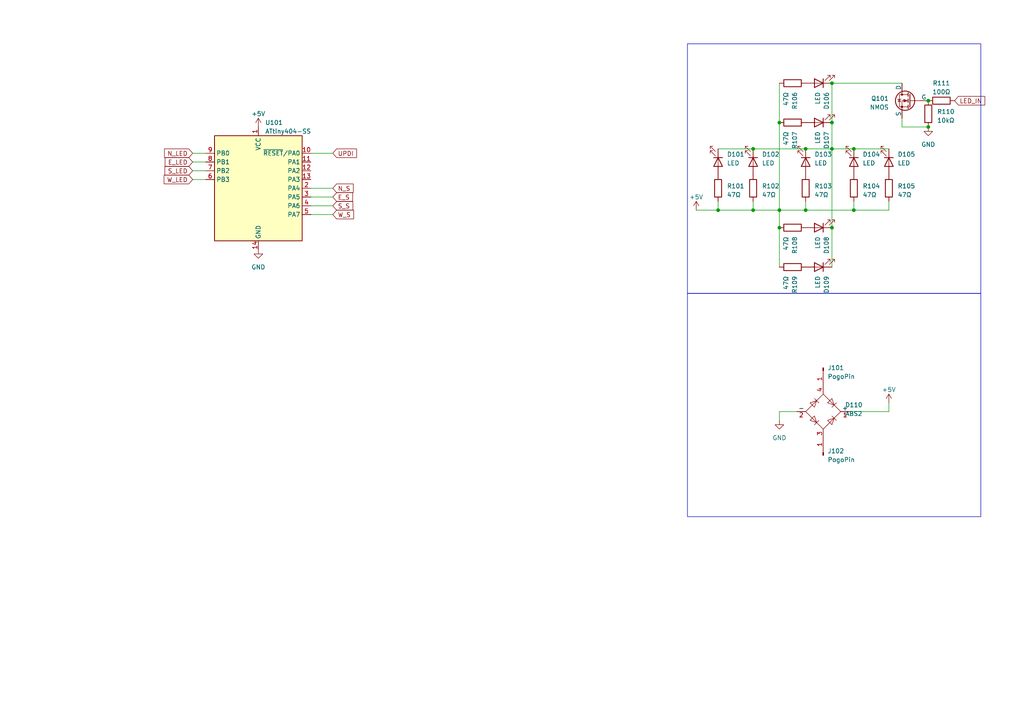
<source format=kicad_sch>
(kicad_sch (version 20230121) (generator eeschema)

  (uuid b7013536-39c6-4d93-8c49-a1aadfe7722f)

  (paper "A4")

  (lib_symbols
    (symbol "Connector:Conn_01x01_Pin" (pin_names (offset 1.016) hide) (in_bom yes) (on_board yes)
      (property "Reference" "J" (at 0 2.54 0)
        (effects (font (size 1.27 1.27)))
      )
      (property "Value" "Conn_01x01_Pin" (at 0 -2.54 0)
        (effects (font (size 1.27 1.27)))
      )
      (property "Footprint" "" (at 0 0 0)
        (effects (font (size 1.27 1.27)) hide)
      )
      (property "Datasheet" "~" (at 0 0 0)
        (effects (font (size 1.27 1.27)) hide)
      )
      (property "ki_locked" "" (at 0 0 0)
        (effects (font (size 1.27 1.27)))
      )
      (property "ki_keywords" "connector" (at 0 0 0)
        (effects (font (size 1.27 1.27)) hide)
      )
      (property "ki_description" "Generic connector, single row, 01x01, script generated" (at 0 0 0)
        (effects (font (size 1.27 1.27)) hide)
      )
      (property "ki_fp_filters" "Connector*:*_1x??_*" (at 0 0 0)
        (effects (font (size 1.27 1.27)) hide)
      )
      (symbol "Conn_01x01_Pin_1_1"
        (polyline
          (pts
            (xy 1.27 0)
            (xy 0.8636 0)
          )
          (stroke (width 0.1524) (type default))
          (fill (type none))
        )
        (rectangle (start 0.8636 0.127) (end 0 -0.127)
          (stroke (width 0.1524) (type default))
          (fill (type outline))
        )
        (pin passive line (at 5.08 0 180) (length 3.81)
          (name "Pin_1" (effects (font (size 1.27 1.27))))
          (number "1" (effects (font (size 1.27 1.27))))
        )
      )
    )
    (symbol "Device:LED" (pin_numbers hide) (pin_names (offset 1.016) hide) (in_bom yes) (on_board yes)
      (property "Reference" "D" (at 0 2.54 0)
        (effects (font (size 1.27 1.27)))
      )
      (property "Value" "LED" (at 0 -2.54 0)
        (effects (font (size 1.27 1.27)))
      )
      (property "Footprint" "" (at 0 0 0)
        (effects (font (size 1.27 1.27)) hide)
      )
      (property "Datasheet" "~" (at 0 0 0)
        (effects (font (size 1.27 1.27)) hide)
      )
      (property "ki_keywords" "LED diode" (at 0 0 0)
        (effects (font (size 1.27 1.27)) hide)
      )
      (property "ki_description" "Light emitting diode" (at 0 0 0)
        (effects (font (size 1.27 1.27)) hide)
      )
      (property "ki_fp_filters" "LED* LED_SMD:* LED_THT:*" (at 0 0 0)
        (effects (font (size 1.27 1.27)) hide)
      )
      (symbol "LED_0_1"
        (polyline
          (pts
            (xy -1.27 -1.27)
            (xy -1.27 1.27)
          )
          (stroke (width 0.254) (type default))
          (fill (type none))
        )
        (polyline
          (pts
            (xy -1.27 0)
            (xy 1.27 0)
          )
          (stroke (width 0) (type default))
          (fill (type none))
        )
        (polyline
          (pts
            (xy 1.27 -1.27)
            (xy 1.27 1.27)
            (xy -1.27 0)
            (xy 1.27 -1.27)
          )
          (stroke (width 0.254) (type default))
          (fill (type none))
        )
        (polyline
          (pts
            (xy -3.048 -0.762)
            (xy -4.572 -2.286)
            (xy -3.81 -2.286)
            (xy -4.572 -2.286)
            (xy -4.572 -1.524)
          )
          (stroke (width 0) (type default))
          (fill (type none))
        )
        (polyline
          (pts
            (xy -1.778 -0.762)
            (xy -3.302 -2.286)
            (xy -2.54 -2.286)
            (xy -3.302 -2.286)
            (xy -3.302 -1.524)
          )
          (stroke (width 0) (type default))
          (fill (type none))
        )
      )
      (symbol "LED_1_1"
        (pin passive line (at -3.81 0 0) (length 2.54)
          (name "K" (effects (font (size 1.27 1.27))))
          (number "1" (effects (font (size 1.27 1.27))))
        )
        (pin passive line (at 3.81 0 180) (length 2.54)
          (name "A" (effects (font (size 1.27 1.27))))
          (number "2" (effects (font (size 1.27 1.27))))
        )
      )
    )
    (symbol "Device:R" (pin_numbers hide) (pin_names (offset 0)) (in_bom yes) (on_board yes)
      (property "Reference" "R" (at 2.032 0 90)
        (effects (font (size 1.27 1.27)))
      )
      (property "Value" "R" (at 0 0 90)
        (effects (font (size 1.27 1.27)))
      )
      (property "Footprint" "" (at -1.778 0 90)
        (effects (font (size 1.27 1.27)) hide)
      )
      (property "Datasheet" "~" (at 0 0 0)
        (effects (font (size 1.27 1.27)) hide)
      )
      (property "ki_keywords" "R res resistor" (at 0 0 0)
        (effects (font (size 1.27 1.27)) hide)
      )
      (property "ki_description" "Resistor" (at 0 0 0)
        (effects (font (size 1.27 1.27)) hide)
      )
      (property "ki_fp_filters" "R_*" (at 0 0 0)
        (effects (font (size 1.27 1.27)) hide)
      )
      (symbol "R_0_1"
        (rectangle (start -1.016 -2.54) (end 1.016 2.54)
          (stroke (width 0.254) (type default))
          (fill (type none))
        )
      )
      (symbol "R_1_1"
        (pin passive line (at 0 3.81 270) (length 1.27)
          (name "~" (effects (font (size 1.27 1.27))))
          (number "1" (effects (font (size 1.27 1.27))))
        )
        (pin passive line (at 0 -3.81 90) (length 1.27)
          (name "~" (effects (font (size 1.27 1.27))))
          (number "2" (effects (font (size 1.27 1.27))))
        )
      )
    )
    (symbol "Diode_Bridge:ABS2" (pin_names (offset 0)) (in_bom yes) (on_board yes)
      (property "Reference" "D" (at 2.54 6.985 0)
        (effects (font (size 1.27 1.27)) (justify left))
      )
      (property "Value" "ABS2" (at 2.54 5.08 0)
        (effects (font (size 1.27 1.27)) (justify left))
      )
      (property "Footprint" "Diode_SMD:Diode_Bridge_Diotec_ABS" (at 3.81 3.175 0)
        (effects (font (size 1.27 1.27)) (justify left) hide)
      )
      (property "Datasheet" "https://diotec.com/tl_files/diotec/files/pdf/datasheets/abs2.pdf" (at 0 0 0)
        (effects (font (size 1.27 1.27)) hide)
      )
      (property "ki_keywords" "rectifier acdc" (at 0 0 0)
        (effects (font (size 1.27 1.27)) hide)
      )
      (property "ki_description" "Miniature Glass Passivated Single-Phase Surface Mount Bridge Rectifiers, 140V Vrms, 0.8A If, ABS SMD package" (at 0 0 0)
        (effects (font (size 1.27 1.27)) hide)
      )
      (property "ki_fp_filters" "Diode*Bridge*Diotec*ABS*" (at 0 0 0)
        (effects (font (size 1.27 1.27)) hide)
      )
      (symbol "ABS2_0_1"
        (polyline
          (pts
            (xy -2.54 3.81)
            (xy -1.27 2.54)
          )
          (stroke (width 0) (type default))
          (fill (type none))
        )
        (polyline
          (pts
            (xy -1.27 -2.54)
            (xy -2.54 -3.81)
          )
          (stroke (width 0) (type default))
          (fill (type none))
        )
        (polyline
          (pts
            (xy 2.54 -1.27)
            (xy 3.81 -2.54)
          )
          (stroke (width 0) (type default))
          (fill (type none))
        )
        (polyline
          (pts
            (xy 2.54 1.27)
            (xy 3.81 2.54)
          )
          (stroke (width 0) (type default))
          (fill (type none))
        )
        (polyline
          (pts
            (xy -3.81 2.54)
            (xy -2.54 1.27)
            (xy -1.905 3.175)
            (xy -3.81 2.54)
          )
          (stroke (width 0) (type default))
          (fill (type none))
        )
        (polyline
          (pts
            (xy -2.54 -1.27)
            (xy -3.81 -2.54)
            (xy -1.905 -3.175)
            (xy -2.54 -1.27)
          )
          (stroke (width 0) (type default))
          (fill (type none))
        )
        (polyline
          (pts
            (xy 1.27 2.54)
            (xy 2.54 3.81)
            (xy 3.175 1.905)
            (xy 1.27 2.54)
          )
          (stroke (width 0) (type default))
          (fill (type none))
        )
        (polyline
          (pts
            (xy 3.175 -1.905)
            (xy 1.27 -2.54)
            (xy 2.54 -3.81)
            (xy 3.175 -1.905)
          )
          (stroke (width 0) (type default))
          (fill (type none))
        )
        (polyline
          (pts
            (xy -5.08 0)
            (xy 0 -5.08)
            (xy 5.08 0)
            (xy 0 5.08)
            (xy -5.08 0)
          )
          (stroke (width 0) (type default))
          (fill (type none))
        )
      )
      (symbol "ABS2_1_1"
        (pin passive line (at 7.62 0 180) (length 2.54)
          (name "+" (effects (font (size 1.27 1.27))))
          (number "1" (effects (font (size 1.27 1.27))))
        )
        (pin passive line (at -7.62 0 0) (length 2.54)
          (name "-" (effects (font (size 1.27 1.27))))
          (number "2" (effects (font (size 1.27 1.27))))
        )
        (pin passive line (at 0 -7.62 90) (length 2.54)
          (name "~" (effects (font (size 1.27 1.27))))
          (number "3" (effects (font (size 1.27 1.27))))
        )
        (pin passive line (at 0 7.62 270) (length 2.54)
          (name "~" (effects (font (size 1.27 1.27))))
          (number "4" (effects (font (size 1.27 1.27))))
        )
      )
    )
    (symbol "MCU_Microchip_ATtiny:ATtiny404-SS" (in_bom yes) (on_board yes)
      (property "Reference" "U" (at -12.7 16.51 0)
        (effects (font (size 1.27 1.27)) (justify left bottom))
      )
      (property "Value" "ATtiny404-SS" (at 2.54 -16.51 0)
        (effects (font (size 1.27 1.27)) (justify left top))
      )
      (property "Footprint" "Package_SO:SOIC-14_3.9x8.7mm_P1.27mm" (at 0 0 0)
        (effects (font (size 1.27 1.27) italic) hide)
      )
      (property "Datasheet" "http://ww1.microchip.com/downloads/en/DeviceDoc/50002687A.pdf" (at 0 0 0)
        (effects (font (size 1.27 1.27)) hide)
      )
      (property "ki_keywords" "AVR 8bit Microcontroller tinyAVR" (at 0 0 0)
        (effects (font (size 1.27 1.27)) hide)
      )
      (property "ki_description" "20MHz, 4kB Flash, 256B SRAM, 128B EEPROM, SOIC-14" (at 0 0 0)
        (effects (font (size 1.27 1.27)) hide)
      )
      (property "ki_fp_filters" "SOIC*3.9x8.7mm*P1.27mm*" (at 0 0 0)
        (effects (font (size 1.27 1.27)) hide)
      )
      (symbol "ATtiny404-SS_0_1"
        (rectangle (start -12.7 -15.24) (end 12.7 15.24)
          (stroke (width 0.254) (type default))
          (fill (type background))
        )
      )
      (symbol "ATtiny404-SS_1_1"
        (pin power_in line (at 0 17.78 270) (length 2.54)
          (name "VCC" (effects (font (size 1.27 1.27))))
          (number "1" (effects (font (size 1.27 1.27))))
        )
        (pin bidirectional line (at 15.24 10.16 180) (length 2.54)
          (name "~{RESET}/PA0" (effects (font (size 1.27 1.27))))
          (number "10" (effects (font (size 1.27 1.27))))
        )
        (pin bidirectional line (at 15.24 7.62 180) (length 2.54)
          (name "PA1" (effects (font (size 1.27 1.27))))
          (number "11" (effects (font (size 1.27 1.27))))
        )
        (pin bidirectional line (at 15.24 5.08 180) (length 2.54)
          (name "PA2" (effects (font (size 1.27 1.27))))
          (number "12" (effects (font (size 1.27 1.27))))
        )
        (pin bidirectional line (at 15.24 2.54 180) (length 2.54)
          (name "PA3" (effects (font (size 1.27 1.27))))
          (number "13" (effects (font (size 1.27 1.27))))
        )
        (pin power_in line (at 0 -17.78 90) (length 2.54)
          (name "GND" (effects (font (size 1.27 1.27))))
          (number "14" (effects (font (size 1.27 1.27))))
        )
        (pin bidirectional line (at 15.24 0 180) (length 2.54)
          (name "PA4" (effects (font (size 1.27 1.27))))
          (number "2" (effects (font (size 1.27 1.27))))
        )
        (pin bidirectional line (at 15.24 -2.54 180) (length 2.54)
          (name "PA5" (effects (font (size 1.27 1.27))))
          (number "3" (effects (font (size 1.27 1.27))))
        )
        (pin bidirectional line (at 15.24 -5.08 180) (length 2.54)
          (name "PA6" (effects (font (size 1.27 1.27))))
          (number "4" (effects (font (size 1.27 1.27))))
        )
        (pin bidirectional line (at 15.24 -7.62 180) (length 2.54)
          (name "PA7" (effects (font (size 1.27 1.27))))
          (number "5" (effects (font (size 1.27 1.27))))
        )
        (pin bidirectional line (at -15.24 2.54 0) (length 2.54)
          (name "PB3" (effects (font (size 1.27 1.27))))
          (number "6" (effects (font (size 1.27 1.27))))
        )
        (pin bidirectional line (at -15.24 5.08 0) (length 2.54)
          (name "PB2" (effects (font (size 1.27 1.27))))
          (number "7" (effects (font (size 1.27 1.27))))
        )
        (pin bidirectional line (at -15.24 7.62 0) (length 2.54)
          (name "PB1" (effects (font (size 1.27 1.27))))
          (number "8" (effects (font (size 1.27 1.27))))
        )
        (pin bidirectional line (at -15.24 10.16 0) (length 2.54)
          (name "PB0" (effects (font (size 1.27 1.27))))
          (number "9" (effects (font (size 1.27 1.27))))
        )
      )
    )
    (symbol "Simulation_SPICE:NMOS" (pin_numbers hide) (pin_names (offset 0)) (in_bom yes) (on_board yes)
      (property "Reference" "Q" (at 5.08 1.27 0)
        (effects (font (size 1.27 1.27)) (justify left))
      )
      (property "Value" "NMOS" (at 5.08 -1.27 0)
        (effects (font (size 1.27 1.27)) (justify left))
      )
      (property "Footprint" "" (at 5.08 2.54 0)
        (effects (font (size 1.27 1.27)) hide)
      )
      (property "Datasheet" "https://ngspice.sourceforge.io/docs/ngspice-manual.pdf" (at 0 -12.7 0)
        (effects (font (size 1.27 1.27)) hide)
      )
      (property "Sim.Device" "NMOS" (at 0 -17.145 0)
        (effects (font (size 1.27 1.27)) hide)
      )
      (property "Sim.Type" "VDMOS" (at 0 -19.05 0)
        (effects (font (size 1.27 1.27)) hide)
      )
      (property "Sim.Pins" "1=D 2=G 3=S" (at 0 -15.24 0)
        (effects (font (size 1.27 1.27)) hide)
      )
      (property "ki_keywords" "transistor NMOS N-MOS N-MOSFET simulation" (at 0 0 0)
        (effects (font (size 1.27 1.27)) hide)
      )
      (property "ki_description" "N-MOSFET transistor, drain/source/gate" (at 0 0 0)
        (effects (font (size 1.27 1.27)) hide)
      )
      (symbol "NMOS_0_1"
        (polyline
          (pts
            (xy 0.254 0)
            (xy -2.54 0)
          )
          (stroke (width 0) (type default))
          (fill (type none))
        )
        (polyline
          (pts
            (xy 0.254 1.905)
            (xy 0.254 -1.905)
          )
          (stroke (width 0.254) (type default))
          (fill (type none))
        )
        (polyline
          (pts
            (xy 0.762 -1.27)
            (xy 0.762 -2.286)
          )
          (stroke (width 0.254) (type default))
          (fill (type none))
        )
        (polyline
          (pts
            (xy 0.762 0.508)
            (xy 0.762 -0.508)
          )
          (stroke (width 0.254) (type default))
          (fill (type none))
        )
        (polyline
          (pts
            (xy 0.762 2.286)
            (xy 0.762 1.27)
          )
          (stroke (width 0.254) (type default))
          (fill (type none))
        )
        (polyline
          (pts
            (xy 2.54 2.54)
            (xy 2.54 1.778)
          )
          (stroke (width 0) (type default))
          (fill (type none))
        )
        (polyline
          (pts
            (xy 2.54 -2.54)
            (xy 2.54 0)
            (xy 0.762 0)
          )
          (stroke (width 0) (type default))
          (fill (type none))
        )
        (polyline
          (pts
            (xy 0.762 -1.778)
            (xy 3.302 -1.778)
            (xy 3.302 1.778)
            (xy 0.762 1.778)
          )
          (stroke (width 0) (type default))
          (fill (type none))
        )
        (polyline
          (pts
            (xy 1.016 0)
            (xy 2.032 0.381)
            (xy 2.032 -0.381)
            (xy 1.016 0)
          )
          (stroke (width 0) (type default))
          (fill (type outline))
        )
        (polyline
          (pts
            (xy 2.794 0.508)
            (xy 2.921 0.381)
            (xy 3.683 0.381)
            (xy 3.81 0.254)
          )
          (stroke (width 0) (type default))
          (fill (type none))
        )
        (polyline
          (pts
            (xy 3.302 0.381)
            (xy 2.921 -0.254)
            (xy 3.683 -0.254)
            (xy 3.302 0.381)
          )
          (stroke (width 0) (type default))
          (fill (type none))
        )
        (circle (center 1.651 0) (radius 2.794)
          (stroke (width 0.254) (type default))
          (fill (type none))
        )
        (circle (center 2.54 -1.778) (radius 0.254)
          (stroke (width 0) (type default))
          (fill (type outline))
        )
        (circle (center 2.54 1.778) (radius 0.254)
          (stroke (width 0) (type default))
          (fill (type outline))
        )
      )
      (symbol "NMOS_1_1"
        (pin passive line (at 2.54 5.08 270) (length 2.54)
          (name "D" (effects (font (size 1.27 1.27))))
          (number "1" (effects (font (size 1.27 1.27))))
        )
        (pin input line (at -5.08 0 0) (length 2.54)
          (name "G" (effects (font (size 1.27 1.27))))
          (number "2" (effects (font (size 1.27 1.27))))
        )
        (pin passive line (at 2.54 -5.08 90) (length 2.54)
          (name "S" (effects (font (size 1.27 1.27))))
          (number "3" (effects (font (size 1.27 1.27))))
        )
      )
    )
    (symbol "power:+5V" (power) (pin_names (offset 0)) (in_bom yes) (on_board yes)
      (property "Reference" "#PWR" (at 0 -3.81 0)
        (effects (font (size 1.27 1.27)) hide)
      )
      (property "Value" "+5V" (at 0 3.556 0)
        (effects (font (size 1.27 1.27)))
      )
      (property "Footprint" "" (at 0 0 0)
        (effects (font (size 1.27 1.27)) hide)
      )
      (property "Datasheet" "" (at 0 0 0)
        (effects (font (size 1.27 1.27)) hide)
      )
      (property "ki_keywords" "global power" (at 0 0 0)
        (effects (font (size 1.27 1.27)) hide)
      )
      (property "ki_description" "Power symbol creates a global label with name \"+5V\"" (at 0 0 0)
        (effects (font (size 1.27 1.27)) hide)
      )
      (symbol "+5V_0_1"
        (polyline
          (pts
            (xy -0.762 1.27)
            (xy 0 2.54)
          )
          (stroke (width 0) (type default))
          (fill (type none))
        )
        (polyline
          (pts
            (xy 0 0)
            (xy 0 2.54)
          )
          (stroke (width 0) (type default))
          (fill (type none))
        )
        (polyline
          (pts
            (xy 0 2.54)
            (xy 0.762 1.27)
          )
          (stroke (width 0) (type default))
          (fill (type none))
        )
      )
      (symbol "+5V_1_1"
        (pin power_in line (at 0 0 90) (length 0) hide
          (name "+5V" (effects (font (size 1.27 1.27))))
          (number "1" (effects (font (size 1.27 1.27))))
        )
      )
    )
    (symbol "power:GND" (power) (pin_names (offset 0)) (in_bom yes) (on_board yes)
      (property "Reference" "#PWR" (at 0 -6.35 0)
        (effects (font (size 1.27 1.27)) hide)
      )
      (property "Value" "GND" (at 0 -3.81 0)
        (effects (font (size 1.27 1.27)))
      )
      (property "Footprint" "" (at 0 0 0)
        (effects (font (size 1.27 1.27)) hide)
      )
      (property "Datasheet" "" (at 0 0 0)
        (effects (font (size 1.27 1.27)) hide)
      )
      (property "ki_keywords" "global power" (at 0 0 0)
        (effects (font (size 1.27 1.27)) hide)
      )
      (property "ki_description" "Power symbol creates a global label with name \"GND\" , ground" (at 0 0 0)
        (effects (font (size 1.27 1.27)) hide)
      )
      (symbol "GND_0_1"
        (polyline
          (pts
            (xy 0 0)
            (xy 0 -1.27)
            (xy 1.27 -1.27)
            (xy 0 -2.54)
            (xy -1.27 -1.27)
            (xy 0 -1.27)
          )
          (stroke (width 0) (type default))
          (fill (type none))
        )
      )
      (symbol "GND_1_1"
        (pin power_in line (at 0 0 270) (length 0) hide
          (name "GND" (effects (font (size 1.27 1.27))))
          (number "1" (effects (font (size 1.27 1.27))))
        )
      )
    )
  )

  (junction (at 226.06 66.04) (diameter 0) (color 0 0 0 0)
    (uuid 07a6d15a-0eb3-4800-a58f-4ea4a2d27c5e)
  )
  (junction (at 218.44 43.18) (diameter 0) (color 0 0 0 0)
    (uuid 1a36bce4-84cf-43cd-8769-e0543072cffa)
  )
  (junction (at 226.06 35.56) (diameter 0) (color 0 0 0 0)
    (uuid 1eca9b7c-6b05-4737-ba89-ce1bedc7d792)
  )
  (junction (at 233.68 60.96) (diameter 0) (color 0 0 0 0)
    (uuid 21e971a0-abd3-4d96-b105-3769330766af)
  )
  (junction (at 241.3 66.04) (diameter 0) (color 0 0 0 0)
    (uuid 3b75393f-b206-4db6-98a4-285ac03bccf2)
  )
  (junction (at 247.65 43.18) (diameter 0) (color 0 0 0 0)
    (uuid 3cb184e9-40c0-4e38-bc56-b654078b4bc8)
  )
  (junction (at 241.3 43.18) (diameter 0) (color 0 0 0 0)
    (uuid 5dc51571-1962-4801-b419-37585e8c4c37)
  )
  (junction (at 247.65 60.96) (diameter 0) (color 0 0 0 0)
    (uuid 7f4e7d55-1cd8-4b97-8d55-d63eb3be947b)
  )
  (junction (at 226.06 60.96) (diameter 0) (color 0 0 0 0)
    (uuid 8407d16d-b485-40a3-987c-56ec30cbbd11)
  )
  (junction (at 208.28 60.96) (diameter 0) (color 0 0 0 0)
    (uuid 8abe70bc-66ba-440f-96a9-b3d0fc46f5c0)
  )
  (junction (at 233.68 43.18) (diameter 0) (color 0 0 0 0)
    (uuid 8e728730-19d2-45c0-9e68-0b2d1f55fb7e)
  )
  (junction (at 269.24 36.83) (diameter 0) (color 0 0 0 0)
    (uuid 9c5d527a-aa01-478a-b944-a7bf21abd3ff)
  )
  (junction (at 241.3 35.56) (diameter 0) (color 0 0 0 0)
    (uuid a0f90208-4680-41d1-ab44-b53c8abbc650)
  )
  (junction (at 241.3 24.13) (diameter 0) (color 0 0 0 0)
    (uuid a4698e3f-db88-4f54-b1cb-1e8f7c7bb5c2)
  )
  (junction (at 269.24 29.21) (diameter 0) (color 0 0 0 0)
    (uuid d1dcfe5e-3d1e-44b5-b699-b5b41abb8411)
  )
  (junction (at 218.44 60.96) (diameter 0) (color 0 0 0 0)
    (uuid e65fab9f-6e00-4f04-a79c-5430b3d56baa)
  )

  (wire (pts (xy 257.81 119.38) (xy 246.38 119.38))
    (stroke (width 0) (type default))
    (uuid 013aed9f-dfc3-4cd2-94bf-b51f89b45b37)
  )
  (wire (pts (xy 241.3 24.13) (xy 241.3 35.56))
    (stroke (width 0) (type default))
    (uuid 05325aad-33fa-438d-87b1-91da7c3e58c6)
  )
  (wire (pts (xy 241.3 24.13) (xy 261.62 24.13))
    (stroke (width 0) (type default))
    (uuid 1c326cfe-7e53-41fd-9e72-8ad3ac55b874)
  )
  (wire (pts (xy 247.65 60.96) (xy 257.81 60.96))
    (stroke (width 0) (type default))
    (uuid 1dfd72cd-cdbe-4185-905f-6b9a430648e0)
  )
  (wire (pts (xy 90.17 62.23) (xy 96.52 62.23))
    (stroke (width 0) (type default))
    (uuid 21ab062d-b01a-4714-9456-a23f111637de)
  )
  (wire (pts (xy 261.62 36.83) (xy 269.24 36.83))
    (stroke (width 0) (type default))
    (uuid 28d33c57-7aa8-4a7c-a65a-d620072015dd)
  )
  (wire (pts (xy 233.68 43.18) (xy 241.3 43.18))
    (stroke (width 0) (type default))
    (uuid 29f49f01-9afe-4100-9189-2afefd223cf4)
  )
  (wire (pts (xy 226.06 60.96) (xy 226.06 66.04))
    (stroke (width 0) (type default))
    (uuid 2c7ec719-e4bf-4a98-8734-a0df1c682b24)
  )
  (wire (pts (xy 55.88 46.99) (xy 59.69 46.99))
    (stroke (width 0) (type default))
    (uuid 2ee1cb9c-494e-41b0-9b09-d63871f4764d)
  )
  (wire (pts (xy 90.17 57.15) (xy 96.52 57.15))
    (stroke (width 0) (type default))
    (uuid 2ee2a163-4b14-444f-8b13-49ab83168110)
  )
  (wire (pts (xy 90.17 59.69) (xy 96.52 59.69))
    (stroke (width 0) (type default))
    (uuid 31cd7821-d8ba-4bc0-8f85-53c49605ecc2)
  )
  (wire (pts (xy 241.3 43.18) (xy 247.65 43.18))
    (stroke (width 0) (type default))
    (uuid 33528ed1-ed57-4949-b2db-c9207a31a107)
  )
  (wire (pts (xy 233.68 58.42) (xy 233.68 60.96))
    (stroke (width 0) (type default))
    (uuid 40a3d356-1cb2-40e9-9e59-8a326c1d5b82)
  )
  (wire (pts (xy 55.88 44.45) (xy 59.69 44.45))
    (stroke (width 0) (type default))
    (uuid 465b747a-4cea-4502-8b09-d30c0d254540)
  )
  (wire (pts (xy 90.17 54.61) (xy 96.52 54.61))
    (stroke (width 0) (type default))
    (uuid 4da2d773-5638-4b7e-905f-37178806a1b8)
  )
  (wire (pts (xy 247.65 43.18) (xy 257.81 43.18))
    (stroke (width 0) (type default))
    (uuid 5c22a4cd-9963-4a60-b9b8-3718ada56604)
  )
  (wire (pts (xy 226.06 119.38) (xy 226.06 121.92))
    (stroke (width 0) (type default))
    (uuid 6b4df8cf-ef53-4f16-896d-28a1928b4535)
  )
  (wire (pts (xy 55.88 52.07) (xy 59.69 52.07))
    (stroke (width 0) (type default))
    (uuid 728ae41b-f83f-42a4-b78f-45281938b892)
  )
  (wire (pts (xy 261.62 34.29) (xy 261.62 36.83))
    (stroke (width 0) (type default))
    (uuid 7721813e-61ea-42d9-895e-f31c42158c94)
  )
  (wire (pts (xy 241.3 43.18) (xy 241.3 66.04))
    (stroke (width 0) (type default))
    (uuid 8c684e1d-4f7c-4301-9c12-466056162991)
  )
  (wire (pts (xy 208.28 60.96) (xy 218.44 60.96))
    (stroke (width 0) (type default))
    (uuid 8f10d7ac-8a85-4f4b-b667-b7506e4df69d)
  )
  (wire (pts (xy 226.06 35.56) (xy 226.06 60.96))
    (stroke (width 0) (type default))
    (uuid 9696148a-e5d4-45b0-9d8f-6552bb3f903e)
  )
  (wire (pts (xy 247.65 58.42) (xy 247.65 60.96))
    (stroke (width 0) (type default))
    (uuid 9994a2bd-4816-4ee2-8673-6382e153ae3e)
  )
  (wire (pts (xy 218.44 60.96) (xy 226.06 60.96))
    (stroke (width 0) (type default))
    (uuid 9e05b637-ea78-4699-9ea8-a8aa9d4636ff)
  )
  (wire (pts (xy 231.14 119.38) (xy 226.06 119.38))
    (stroke (width 0) (type default))
    (uuid a4f4b45e-5909-47e6-9f35-9a7f4208d1f9)
  )
  (wire (pts (xy 218.44 43.18) (xy 233.68 43.18))
    (stroke (width 0) (type default))
    (uuid a504cd73-7718-4cb1-a811-c3cefa2a99b9)
  )
  (wire (pts (xy 55.88 49.53) (xy 59.69 49.53))
    (stroke (width 0) (type default))
    (uuid af2ef0bb-e8f7-4fc6-a52b-90ca4d8b90f2)
  )
  (wire (pts (xy 257.81 116.84) (xy 257.81 119.38))
    (stroke (width 0) (type default))
    (uuid b75434af-713a-4528-b9d0-f1c279e4279a)
  )
  (wire (pts (xy 257.81 60.96) (xy 257.81 58.42))
    (stroke (width 0) (type default))
    (uuid bba6b2c2-5e04-4103-ab2f-d00fea669c0e)
  )
  (wire (pts (xy 241.3 66.04) (xy 241.3 77.47))
    (stroke (width 0) (type default))
    (uuid bbe77a8a-5790-4f62-b072-d3756c8c1ae1)
  )
  (wire (pts (xy 226.06 60.96) (xy 233.68 60.96))
    (stroke (width 0) (type default))
    (uuid c16164c6-e2a2-4835-b871-4bd2fd54bf38)
  )
  (wire (pts (xy 218.44 58.42) (xy 218.44 60.96))
    (stroke (width 0) (type default))
    (uuid ca5385d8-02e1-44c1-9c18-8e1be94141c5)
  )
  (wire (pts (xy 241.3 35.56) (xy 241.3 43.18))
    (stroke (width 0) (type default))
    (uuid cd48e0cd-ce67-471e-a7f7-ee6299c80d66)
  )
  (wire (pts (xy 208.28 58.42) (xy 208.28 60.96))
    (stroke (width 0) (type default))
    (uuid ce1d6f54-316a-473e-9138-da86a7d477ea)
  )
  (wire (pts (xy 201.93 60.96) (xy 208.28 60.96))
    (stroke (width 0) (type default))
    (uuid d42c2c18-e2c6-405e-9836-a944ef04416e)
  )
  (wire (pts (xy 208.28 43.18) (xy 218.44 43.18))
    (stroke (width 0) (type default))
    (uuid db0a24ec-866f-4df6-8874-88640b6a9a04)
  )
  (wire (pts (xy 226.06 24.13) (xy 226.06 35.56))
    (stroke (width 0) (type default))
    (uuid e19eed7a-0404-46e3-adbd-d95db64bf79b)
  )
  (wire (pts (xy 90.17 44.45) (xy 96.52 44.45))
    (stroke (width 0) (type default))
    (uuid f05a1082-f43b-4357-a2cc-a376fcf4fb1a)
  )
  (wire (pts (xy 226.06 66.04) (xy 226.06 77.47))
    (stroke (width 0) (type default))
    (uuid fcecc206-9b96-4bbc-9298-b05511fb29c9)
  )
  (wire (pts (xy 233.68 60.96) (xy 247.65 60.96))
    (stroke (width 0) (type default))
    (uuid fea24318-e737-496b-a8ad-7fc7000e08f8)
  )

  (rectangle (start 199.39 85.09) (end 284.48 149.86)
    (stroke (width 0) (type default))
    (fill (type none))
    (uuid 8fcf5e8c-2e5a-441a-8100-dd7ef03dcc2c)
  )
  (rectangle (start 199.39 12.7) (end 284.48 85.09)
    (stroke (width 0) (type default))
    (fill (type none))
    (uuid d032b5b9-2abd-419c-8e92-43b5b7312ad8)
  )

  (global_label "N_S" (shape input) (at 96.52 54.61 0) (fields_autoplaced)
    (effects (font (size 1.27 1.27)) (justify left))
    (uuid 03863a8a-ac87-457d-8902-ea2c568fbfaf)
    (property "Intersheetrefs" "${INTERSHEET_REFS}" (at 102.9334 54.61 0)
      (effects (font (size 1.27 1.27)) (justify left) hide)
    )
  )
  (global_label "N_LED" (shape input) (at 55.88 44.45 180) (fields_autoplaced)
    (effects (font (size 1.27 1.27)) (justify right))
    (uuid 65c05c6c-f818-4e88-b3a4-06c71fc28dfa)
    (property "Intersheetrefs" "${INTERSHEET_REFS}" (at 47.229 44.45 0)
      (effects (font (size 1.27 1.27)) (justify right) hide)
    )
  )
  (global_label "W_LED" (shape input) (at 55.88 52.07 180) (fields_autoplaced)
    (effects (font (size 1.27 1.27)) (justify right))
    (uuid 70d17fb6-1fb1-4244-8821-b5c868794450)
    (property "Intersheetrefs" "${INTERSHEET_REFS}" (at 47.1081 52.07 0)
      (effects (font (size 1.27 1.27)) (justify right) hide)
    )
  )
  (global_label "S_LED" (shape input) (at 55.88 49.53 180) (fields_autoplaced)
    (effects (font (size 1.27 1.27)) (justify right))
    (uuid 7fb38cce-b78b-4a25-ab23-952291811900)
    (property "Intersheetrefs" "${INTERSHEET_REFS}" (at 47.35 49.53 0)
      (effects (font (size 1.27 1.27)) (justify right) hide)
    )
  )
  (global_label "UPDI" (shape input) (at 96.52 44.45 0) (fields_autoplaced)
    (effects (font (size 1.27 1.27)) (justify left))
    (uuid 903f5081-dd3c-41fb-af2a-2c51f1f651c8)
    (property "Intersheetrefs" "${INTERSHEET_REFS}" (at 103.9011 44.45 0)
      (effects (font (size 1.27 1.27)) (justify left) hide)
    )
  )
  (global_label "S_S" (shape input) (at 96.52 59.69 0) (fields_autoplaced)
    (effects (font (size 1.27 1.27)) (justify left))
    (uuid 922356e7-754b-4bcc-853a-9bc3db7dbb17)
    (property "Intersheetrefs" "${INTERSHEET_REFS}" (at 102.8124 59.69 0)
      (effects (font (size 1.27 1.27)) (justify left) hide)
    )
  )
  (global_label "E_LED" (shape input) (at 55.88 46.99 180) (fields_autoplaced)
    (effects (font (size 1.27 1.27)) (justify right))
    (uuid bb2a1b26-60c8-4906-ade6-f870a8a561a5)
    (property "Intersheetrefs" "${INTERSHEET_REFS}" (at 47.4105 46.99 0)
      (effects (font (size 1.27 1.27)) (justify right) hide)
    )
  )
  (global_label "W_S" (shape input) (at 96.52 62.23 0) (fields_autoplaced)
    (effects (font (size 1.27 1.27)) (justify left))
    (uuid e617c796-313c-41fc-b71f-01ba222bba33)
    (property "Intersheetrefs" "${INTERSHEET_REFS}" (at 103.0543 62.23 0)
      (effects (font (size 1.27 1.27)) (justify left) hide)
    )
  )
  (global_label "LED_IN" (shape input) (at 276.86 29.21 0) (fields_autoplaced)
    (effects (font (size 1.27 1.27)) (justify left))
    (uuid ed76f955-2361-4766-bde1-09daf4d09bfc)
    (property "Intersheetrefs" "${INTERSHEET_REFS}" (at 286.1158 29.21 0)
      (effects (font (size 1.27 1.27)) (justify left) hide)
    )
  )
  (global_label "E_S" (shape input) (at 96.52 57.15 0) (fields_autoplaced)
    (effects (font (size 1.27 1.27)) (justify left))
    (uuid fdb3348a-d735-48d4-a578-3343eb806384)
    (property "Intersheetrefs" "${INTERSHEET_REFS}" (at 102.7519 57.15 0)
      (effects (font (size 1.27 1.27)) (justify left) hide)
    )
  )

  (symbol (lib_id "Device:LED") (at 208.28 46.99 270) (unit 1)
    (in_bom yes) (on_board yes) (dnp no) (fields_autoplaced)
    (uuid 06cf222b-658b-4bb4-900b-50f42649d807)
    (property "Reference" "D101" (at 210.82 44.7675 90)
      (effects (font (size 1.27 1.27)) (justify left))
    )
    (property "Value" "LED" (at 210.82 47.3075 90)
      (effects (font (size 1.27 1.27)) (justify left))
    )
    (property "Footprint" "LED_SMD:LED_PLCC_2835_Handsoldering" (at 208.28 46.99 0)
      (effects (font (size 1.27 1.27)) hide)
    )
    (property "Datasheet" "~" (at 208.28 46.99 0)
      (effects (font (size 1.27 1.27)) hide)
    )
    (property "manf#" "JB2835AWT-W-H35GA0000-N0000001" (at 208.28 46.99 90)
      (effects (font (size 1.27 1.27)) hide)
    )
    (pin "1" (uuid 46e6c7c4-cc5b-445d-ad41-86121d20d9bc))
    (pin "2" (uuid 8d2794cd-75ae-40f7-9a43-799907116d02))
    (instances
      (project "logic"
        (path "/b7013536-39c6-4d93-8c49-a1aadfe7722f"
          (reference "D101") (unit 1)
        )
      )
    )
  )

  (symbol (lib_id "Device:LED") (at 237.49 35.56 180) (unit 1)
    (in_bom yes) (on_board yes) (dnp no) (fields_autoplaced)
    (uuid 14ef5f70-fe55-49f8-a4cd-2348ba329f99)
    (property "Reference" "D107" (at 239.7125 38.1 90)
      (effects (font (size 1.27 1.27)) (justify left))
    )
    (property "Value" "LED" (at 237.1725 38.1 90)
      (effects (font (size 1.27 1.27)) (justify left))
    )
    (property "Footprint" "LED_SMD:LED_PLCC_2835_Handsoldering" (at 237.49 35.56 0)
      (effects (font (size 1.27 1.27)) hide)
    )
    (property "Datasheet" "~" (at 237.49 35.56 0)
      (effects (font (size 1.27 1.27)) hide)
    )
    (property "manf#" "JB2835AWT-W-H35GA0000-N0000001" (at 237.49 35.56 90)
      (effects (font (size 1.27 1.27)) hide)
    )
    (pin "1" (uuid b201e8ed-2a18-4179-a662-19442a097c69))
    (pin "2" (uuid 05311a38-c7e6-4183-8a98-1930dde0f5f1))
    (instances
      (project "logic"
        (path "/b7013536-39c6-4d93-8c49-a1aadfe7722f"
          (reference "D107") (unit 1)
        )
      )
    )
  )

  (symbol (lib_id "Diode_Bridge:ABS2") (at 238.76 119.38 0) (unit 1)
    (in_bom yes) (on_board yes) (dnp no) (fields_autoplaced)
    (uuid 1ab75e53-3566-4138-a9d2-5c58af4ed3cd)
    (property "Reference" "D110" (at 247.65 117.4497 0)
      (effects (font (size 1.27 1.27)))
    )
    (property "Value" "ABS2" (at 247.65 119.9897 0)
      (effects (font (size 1.27 1.27)))
    )
    (property "Footprint" "Diode_SMD:Diode_Bridge_Diotec_ABS" (at 242.57 116.205 0)
      (effects (font (size 1.27 1.27)) (justify left) hide)
    )
    (property "Datasheet" "https://diotec.com/tl_files/diotec/files/pdf/datasheets/abs2.pdf" (at 238.76 119.38 0)
      (effects (font (size 1.27 1.27)) hide)
    )
    (property "manf#" "ABS210-13" (at 238.76 119.38 0)
      (effects (font (size 1.27 1.27)) hide)
    )
    (pin "1" (uuid d916cbbb-6517-416b-b7f5-7d38fd496f3a))
    (pin "2" (uuid b7a75547-5674-4969-8cbd-96ecd866589a))
    (pin "3" (uuid 6b24c126-3554-4117-82cb-39001bdb2267))
    (pin "4" (uuid e6ae6144-04d6-4ed2-a787-1a8ecf0be434))
    (instances
      (project "logic"
        (path "/b7013536-39c6-4d93-8c49-a1aadfe7722f"
          (reference "D110") (unit 1)
        )
      )
    )
  )

  (symbol (lib_id "Device:LED") (at 257.81 46.99 270) (unit 1)
    (in_bom yes) (on_board yes) (dnp no) (fields_autoplaced)
    (uuid 21974d12-aa30-492a-82da-90f717b9dac3)
    (property "Reference" "D105" (at 260.35 44.7675 90)
      (effects (font (size 1.27 1.27)) (justify left))
    )
    (property "Value" "LED" (at 260.35 47.3075 90)
      (effects (font (size 1.27 1.27)) (justify left))
    )
    (property "Footprint" "LED_SMD:LED_PLCC_2835_Handsoldering" (at 257.81 46.99 0)
      (effects (font (size 1.27 1.27)) hide)
    )
    (property "Datasheet" "~" (at 257.81 46.99 0)
      (effects (font (size 1.27 1.27)) hide)
    )
    (property "manf#" "JB2835AWT-W-H35GA0000-N0000001" (at 257.81 46.99 90)
      (effects (font (size 1.27 1.27)) hide)
    )
    (pin "1" (uuid bb8b3ded-2f96-4dbf-bb3b-993a845df6df))
    (pin "2" (uuid 074e02fa-0fe1-47bf-b289-04d09b42fa9d))
    (instances
      (project "logic"
        (path "/b7013536-39c6-4d93-8c49-a1aadfe7722f"
          (reference "D105") (unit 1)
        )
      )
    )
  )

  (symbol (lib_id "Device:R") (at 218.44 54.61 0) (unit 1)
    (in_bom yes) (on_board yes) (dnp no) (fields_autoplaced)
    (uuid 40742114-4a49-4661-a865-3d883354d7d7)
    (property "Reference" "R102" (at 220.98 53.975 0)
      (effects (font (size 1.27 1.27)) (justify left))
    )
    (property "Value" "47Ω" (at 220.98 56.515 0)
      (effects (font (size 1.27 1.27)) (justify left))
    )
    (property "Footprint" "Resistor_SMD:R_1206_3216Metric_Pad1.30x1.75mm_HandSolder" (at 216.662 54.61 90)
      (effects (font (size 1.27 1.27)) hide)
    )
    (property "Datasheet" "~" (at 218.44 54.61 0)
      (effects (font (size 1.27 1.27)) hide)
    )
    (property "manf#" "ERJ-P08J470V" (at 218.44 54.61 0)
      (effects (font (size 1.27 1.27)) hide)
    )
    (pin "1" (uuid 231c497f-0b0b-4d2b-84f4-bed1db7657d7))
    (pin "2" (uuid 0491e016-e726-416d-83ec-feb0cfdbf24a))
    (instances
      (project "logic"
        (path "/b7013536-39c6-4d93-8c49-a1aadfe7722f"
          (reference "R102") (unit 1)
        )
      )
    )
  )

  (symbol (lib_id "Device:R") (at 257.81 54.61 0) (unit 1)
    (in_bom yes) (on_board yes) (dnp no) (fields_autoplaced)
    (uuid 45358b03-6c28-462f-a952-bd4193eca00b)
    (property "Reference" "R105" (at 260.35 53.975 0)
      (effects (font (size 1.27 1.27)) (justify left))
    )
    (property "Value" "47Ω" (at 260.35 56.515 0)
      (effects (font (size 1.27 1.27)) (justify left))
    )
    (property "Footprint" "Resistor_SMD:R_1206_3216Metric_Pad1.30x1.75mm_HandSolder" (at 256.032 54.61 90)
      (effects (font (size 1.27 1.27)) hide)
    )
    (property "Datasheet" "~" (at 257.81 54.61 0)
      (effects (font (size 1.27 1.27)) hide)
    )
    (property "manf#" "ERJ-P08J470V" (at 257.81 54.61 0)
      (effects (font (size 1.27 1.27)) hide)
    )
    (pin "1" (uuid 7fa57807-8b50-4f29-9719-2fa36994081c))
    (pin "2" (uuid a875905c-0244-47b5-b336-2bd7575212aa))
    (instances
      (project "logic"
        (path "/b7013536-39c6-4d93-8c49-a1aadfe7722f"
          (reference "R105") (unit 1)
        )
      )
    )
  )

  (symbol (lib_id "power:+5V") (at 201.93 60.96 0) (unit 1)
    (in_bom yes) (on_board yes) (dnp no) (fields_autoplaced)
    (uuid 4d3614ab-7a85-4c0c-abd3-1d131ebc82f4)
    (property "Reference" "#PWR0104" (at 201.93 64.77 0)
      (effects (font (size 1.27 1.27)) hide)
    )
    (property "Value" "+5V" (at 201.93 57.15 0)
      (effects (font (size 1.27 1.27)))
    )
    (property "Footprint" "" (at 201.93 60.96 0)
      (effects (font (size 1.27 1.27)) hide)
    )
    (property "Datasheet" "" (at 201.93 60.96 0)
      (effects (font (size 1.27 1.27)) hide)
    )
    (pin "1" (uuid 4f6f1db3-f1b7-4e1d-9c51-f108dfd01e65))
    (instances
      (project "logic"
        (path "/b7013536-39c6-4d93-8c49-a1aadfe7722f"
          (reference "#PWR0104") (unit 1)
        )
      )
    )
  )

  (symbol (lib_id "Device:R") (at 229.87 66.04 270) (unit 1)
    (in_bom yes) (on_board yes) (dnp no) (fields_autoplaced)
    (uuid 60f7880f-a8d7-4004-b39a-e52c88dddc77)
    (property "Reference" "R108" (at 230.505 68.58 0)
      (effects (font (size 1.27 1.27)) (justify left))
    )
    (property "Value" "47Ω" (at 227.965 68.58 0)
      (effects (font (size 1.27 1.27)) (justify left))
    )
    (property "Footprint" "Resistor_SMD:R_1206_3216Metric_Pad1.30x1.75mm_HandSolder" (at 229.87 64.262 90)
      (effects (font (size 1.27 1.27)) hide)
    )
    (property "Datasheet" "~" (at 229.87 66.04 0)
      (effects (font (size 1.27 1.27)) hide)
    )
    (property "manf#" "ERJ-P08J470V" (at 229.87 66.04 0)
      (effects (font (size 1.27 1.27)) hide)
    )
    (pin "1" (uuid 4929d49b-190e-4ab6-8846-30f85c33eb38))
    (pin "2" (uuid 7adb5fb9-d869-48ca-bdc8-e83867fb5dd7))
    (instances
      (project "logic"
        (path "/b7013536-39c6-4d93-8c49-a1aadfe7722f"
          (reference "R108") (unit 1)
        )
      )
    )
  )

  (symbol (lib_id "Connector:Conn_01x01_Pin") (at 238.76 106.68 270) (unit 1)
    (in_bom yes) (on_board yes) (dnp no) (fields_autoplaced)
    (uuid 635eb54d-8f1d-4e0e-bc61-1309e6199e80)
    (property "Reference" "J101" (at 240.03 106.68 90)
      (effects (font (size 1.27 1.27)) (justify left))
    )
    (property "Value" "PogoPin" (at 240.03 109.22 90)
      (effects (font (size 1.27 1.27)) (justify left))
    )
    (property "Footprint" "LIB:0906015207614110" (at 238.76 106.68 0)
      (effects (font (size 1.27 1.27)) hide)
    )
    (property "Datasheet" "~" (at 238.76 106.68 0)
      (effects (font (size 1.27 1.27)) hide)
    )
    (property "manf#" "0906-0-15-20-76-14-11-0" (at 238.76 106.68 90)
      (effects (font (size 1.27 1.27)) hide)
    )
    (pin "1" (uuid a2149e38-d210-49a1-b179-ea2a7bd042c9))
    (instances
      (project "logic"
        (path "/b7013536-39c6-4d93-8c49-a1aadfe7722f"
          (reference "J101") (unit 1)
        )
      )
    )
  )

  (symbol (lib_id "Device:LED") (at 218.44 46.99 270) (unit 1)
    (in_bom yes) (on_board yes) (dnp no) (fields_autoplaced)
    (uuid 64df3c27-8313-4962-a3a7-a3468d117a5d)
    (property "Reference" "D102" (at 220.98 44.7675 90)
      (effects (font (size 1.27 1.27)) (justify left))
    )
    (property "Value" "LED" (at 220.98 47.3075 90)
      (effects (font (size 1.27 1.27)) (justify left))
    )
    (property "Footprint" "LED_SMD:LED_PLCC_2835_Handsoldering" (at 218.44 46.99 0)
      (effects (font (size 1.27 1.27)) hide)
    )
    (property "Datasheet" "~" (at 218.44 46.99 0)
      (effects (font (size 1.27 1.27)) hide)
    )
    (property "manf#" "JB2835AWT-W-H35GA0000-N0000001" (at 218.44 46.99 90)
      (effects (font (size 1.27 1.27)) hide)
    )
    (pin "1" (uuid bcd49d38-f30c-44d6-b0cc-0ee55f4b9ae9))
    (pin "2" (uuid 2d19c192-a229-4431-b016-9488200258c3))
    (instances
      (project "logic"
        (path "/b7013536-39c6-4d93-8c49-a1aadfe7722f"
          (reference "D102") (unit 1)
        )
      )
    )
  )

  (symbol (lib_id "Device:R") (at 229.87 35.56 270) (unit 1)
    (in_bom yes) (on_board yes) (dnp no) (fields_autoplaced)
    (uuid 663bb99e-f218-40f3-9fc4-5098ca75a3b3)
    (property "Reference" "R107" (at 230.505 38.1 0)
      (effects (font (size 1.27 1.27)) (justify left))
    )
    (property "Value" "47Ω" (at 227.965 38.1 0)
      (effects (font (size 1.27 1.27)) (justify left))
    )
    (property "Footprint" "Resistor_SMD:R_1206_3216Metric_Pad1.30x1.75mm_HandSolder" (at 229.87 33.782 90)
      (effects (font (size 1.27 1.27)) hide)
    )
    (property "Datasheet" "~" (at 229.87 35.56 0)
      (effects (font (size 1.27 1.27)) hide)
    )
    (property "manf#" "ERJ-P08J470V" (at 229.87 35.56 0)
      (effects (font (size 1.27 1.27)) hide)
    )
    (pin "1" (uuid be5eaf87-e77e-45d8-94fc-86b684c2bc82))
    (pin "2" (uuid 7607c3e8-0796-4cb2-be4f-6f486fe993d3))
    (instances
      (project "logic"
        (path "/b7013536-39c6-4d93-8c49-a1aadfe7722f"
          (reference "R107") (unit 1)
        )
      )
    )
  )

  (symbol (lib_id "Device:R") (at 269.24 33.02 0) (unit 1)
    (in_bom yes) (on_board yes) (dnp no) (fields_autoplaced)
    (uuid 6bf98a54-aee7-4265-86f3-036b433ed1b5)
    (property "Reference" "R110" (at 271.78 32.385 0)
      (effects (font (size 1.27 1.27)) (justify left))
    )
    (property "Value" "10kΩ" (at 271.78 34.925 0)
      (effects (font (size 1.27 1.27)) (justify left))
    )
    (property "Footprint" "Resistor_SMD:R_1206_3216Metric_Pad1.30x1.75mm_HandSolder" (at 267.462 33.02 90)
      (effects (font (size 1.27 1.27)) hide)
    )
    (property "Datasheet" "~" (at 269.24 33.02 0)
      (effects (font (size 1.27 1.27)) hide)
    )
    (property "manf#" "ERJ-8GEYJ103V" (at 269.24 33.02 0)
      (effects (font (size 1.27 1.27)) hide)
    )
    (pin "1" (uuid 84b4151a-85a7-4e27-b59d-545bf11e5b7a))
    (pin "2" (uuid 36800140-b4b0-4d3e-8a5a-07d86d3a8b9a))
    (instances
      (project "logic"
        (path "/b7013536-39c6-4d93-8c49-a1aadfe7722f"
          (reference "R110") (unit 1)
        )
      )
    )
  )

  (symbol (lib_id "Simulation_SPICE:NMOS") (at 264.16 29.21 0) (mirror y) (unit 1)
    (in_bom yes) (on_board yes) (dnp no) (fields_autoplaced)
    (uuid 7222f6b2-fde9-47c1-b82f-6c0fb6dd804a)
    (property "Reference" "Q101" (at 257.81 28.575 0)
      (effects (font (size 1.27 1.27)) (justify left))
    )
    (property "Value" "NMOS" (at 257.81 31.115 0)
      (effects (font (size 1.27 1.27)) (justify left))
    )
    (property "Footprint" "Package_TO_SOT_SMD:SOT-23-3" (at 259.08 26.67 0)
      (effects (font (size 1.27 1.27)) hide)
    )
    (property "Datasheet" "https://ngspice.sourceforge.io/docs/ngspice-manual.pdf" (at 264.16 41.91 0)
      (effects (font (size 1.27 1.27)) hide)
    )
    (property "Sim.Device" "NMOS" (at 264.16 46.355 0)
      (effects (font (size 1.27 1.27)) hide)
    )
    (property "Sim.Type" "VDMOS" (at 264.16 48.26 0)
      (effects (font (size 1.27 1.27)) hide)
    )
    (property "Sim.Pins" "1=D 2=G 3=S" (at 264.16 44.45 0)
      (effects (font (size 1.27 1.27)) hide)
    )
    (property "manf#" "AO3400A" (at 264.16 29.21 0)
      (effects (font (size 1.27 1.27)) hide)
    )
    (pin "1" (uuid 7d41359c-15a7-4682-b440-0f3aecea16cb))
    (pin "2" (uuid 01b5e229-7994-4600-943c-5348f90a212e))
    (pin "3" (uuid 7f6ba7b4-dd1b-43e6-a535-e099df8791f1))
    (instances
      (project "logic"
        (path "/b7013536-39c6-4d93-8c49-a1aadfe7722f"
          (reference "Q101") (unit 1)
        )
      )
    )
  )

  (symbol (lib_id "Device:R") (at 233.68 54.61 0) (unit 1)
    (in_bom yes) (on_board yes) (dnp no) (fields_autoplaced)
    (uuid 73367821-268f-453a-b5ea-55c18278e6de)
    (property "Reference" "R103" (at 236.22 53.975 0)
      (effects (font (size 1.27 1.27)) (justify left))
    )
    (property "Value" "47Ω" (at 236.22 56.515 0)
      (effects (font (size 1.27 1.27)) (justify left))
    )
    (property "Footprint" "Resistor_SMD:R_1206_3216Metric_Pad1.30x1.75mm_HandSolder" (at 231.902 54.61 90)
      (effects (font (size 1.27 1.27)) hide)
    )
    (property "Datasheet" "~" (at 233.68 54.61 0)
      (effects (font (size 1.27 1.27)) hide)
    )
    (property "manf#" "ERJ-P08J470V" (at 233.68 54.61 0)
      (effects (font (size 1.27 1.27)) hide)
    )
    (pin "1" (uuid 6acd011f-a83c-4a68-a549-cdf63b70a5af))
    (pin "2" (uuid 0c5e94e2-0adf-497a-a186-517c253f8971))
    (instances
      (project "logic"
        (path "/b7013536-39c6-4d93-8c49-a1aadfe7722f"
          (reference "R103") (unit 1)
        )
      )
    )
  )

  (symbol (lib_id "Device:LED") (at 237.49 77.47 180) (unit 1)
    (in_bom yes) (on_board yes) (dnp no) (fields_autoplaced)
    (uuid 74f8c8b2-9ba0-4909-bf64-4fec2ec29786)
    (property "Reference" "D109" (at 239.7125 80.01 90)
      (effects (font (size 1.27 1.27)) (justify left))
    )
    (property "Value" "LED" (at 237.1725 80.01 90)
      (effects (font (size 1.27 1.27)) (justify left))
    )
    (property "Footprint" "LED_SMD:LED_PLCC_2835_Handsoldering" (at 237.49 77.47 0)
      (effects (font (size 1.27 1.27)) hide)
    )
    (property "Datasheet" "~" (at 237.49 77.47 0)
      (effects (font (size 1.27 1.27)) hide)
    )
    (property "manf#" "JB2835AWT-W-H35GA0000-N0000001" (at 237.49 77.47 90)
      (effects (font (size 1.27 1.27)) hide)
    )
    (pin "1" (uuid 5c5a0981-3d55-4493-8003-e7e897d3dabf))
    (pin "2" (uuid 4513ee7e-89cb-4a77-9bdc-8685ff75516d))
    (instances
      (project "logic"
        (path "/b7013536-39c6-4d93-8c49-a1aadfe7722f"
          (reference "D109") (unit 1)
        )
      )
    )
  )

  (symbol (lib_id "Device:R") (at 229.87 77.47 270) (unit 1)
    (in_bom yes) (on_board yes) (dnp no) (fields_autoplaced)
    (uuid 866c73c2-aa02-4469-b0ee-47f11fb9e381)
    (property "Reference" "R109" (at 230.505 80.01 0)
      (effects (font (size 1.27 1.27)) (justify left))
    )
    (property "Value" "47Ω" (at 227.965 80.01 0)
      (effects (font (size 1.27 1.27)) (justify left))
    )
    (property "Footprint" "Resistor_SMD:R_1206_3216Metric_Pad1.30x1.75mm_HandSolder" (at 229.87 75.692 90)
      (effects (font (size 1.27 1.27)) hide)
    )
    (property "Datasheet" "~" (at 229.87 77.47 0)
      (effects (font (size 1.27 1.27)) hide)
    )
    (property "manf#" "ERJ-P08J470V" (at 229.87 77.47 0)
      (effects (font (size 1.27 1.27)) hide)
    )
    (pin "1" (uuid 9ebe8a37-43df-4f18-9503-62ac4aac9688))
    (pin "2" (uuid a895fe35-31c3-4ea0-bcce-9223d520e4ac))
    (instances
      (project "logic"
        (path "/b7013536-39c6-4d93-8c49-a1aadfe7722f"
          (reference "R109") (unit 1)
        )
      )
    )
  )

  (symbol (lib_id "power:GND") (at 74.93 72.39 0) (unit 1)
    (in_bom yes) (on_board yes) (dnp no) (fields_autoplaced)
    (uuid 89348c44-3816-4587-8c66-3dadd03b1fc4)
    (property "Reference" "#PWR0102" (at 74.93 78.74 0)
      (effects (font (size 1.27 1.27)) hide)
    )
    (property "Value" "GND" (at 74.93 77.47 0)
      (effects (font (size 1.27 1.27)))
    )
    (property "Footprint" "" (at 74.93 72.39 0)
      (effects (font (size 1.27 1.27)) hide)
    )
    (property "Datasheet" "" (at 74.93 72.39 0)
      (effects (font (size 1.27 1.27)) hide)
    )
    (pin "1" (uuid d8ea6dbb-1c1e-4815-97ea-e56f64b6a9e8))
    (instances
      (project "logic"
        (path "/b7013536-39c6-4d93-8c49-a1aadfe7722f"
          (reference "#PWR0102") (unit 1)
        )
      )
    )
  )

  (symbol (lib_id "Connector:Conn_01x01_Pin") (at 238.76 132.08 90) (unit 1)
    (in_bom yes) (on_board yes) (dnp no) (fields_autoplaced)
    (uuid 8c7cd307-4813-41c5-899e-2c8502936918)
    (property "Reference" "J102" (at 240.03 130.81 90)
      (effects (font (size 1.27 1.27)) (justify right))
    )
    (property "Value" "PogoPin" (at 240.03 133.35 90)
      (effects (font (size 1.27 1.27)) (justify right))
    )
    (property "Footprint" "LIB:0906015207614110" (at 238.76 132.08 0)
      (effects (font (size 1.27 1.27)) hide)
    )
    (property "Datasheet" "~" (at 238.76 132.08 0)
      (effects (font (size 1.27 1.27)) hide)
    )
    (property "manf#" "0906-0-15-20-76-14-11-0" (at 238.76 132.08 90)
      (effects (font (size 1.27 1.27)) hide)
    )
    (pin "1" (uuid e96c92fd-bb7c-4c8a-b4f0-4baf8b49f942))
    (instances
      (project "logic"
        (path "/b7013536-39c6-4d93-8c49-a1aadfe7722f"
          (reference "J102") (unit 1)
        )
      )
    )
  )

  (symbol (lib_id "Device:LED") (at 237.49 24.13 180) (unit 1)
    (in_bom yes) (on_board yes) (dnp no) (fields_autoplaced)
    (uuid 954265bb-bfc3-44d5-a214-ae1652045978)
    (property "Reference" "D106" (at 239.7125 26.67 90)
      (effects (font (size 1.27 1.27)) (justify left))
    )
    (property "Value" "LED" (at 237.1725 26.67 90)
      (effects (font (size 1.27 1.27)) (justify left))
    )
    (property "Footprint" "LED_SMD:LED_PLCC_2835_Handsoldering" (at 237.49 24.13 0)
      (effects (font (size 1.27 1.27)) hide)
    )
    (property "Datasheet" "~" (at 237.49 24.13 0)
      (effects (font (size 1.27 1.27)) hide)
    )
    (property "manf#" "JB2835AWT-W-H35GA0000-N0000001" (at 237.49 24.13 90)
      (effects (font (size 1.27 1.27)) hide)
    )
    (pin "1" (uuid 5c4c5f26-6476-4d2e-b0a5-d52bdff82b9c))
    (pin "2" (uuid a80fa596-5d72-408b-9898-a6c961f496e7))
    (instances
      (project "logic"
        (path "/b7013536-39c6-4d93-8c49-a1aadfe7722f"
          (reference "D106") (unit 1)
        )
      )
    )
  )

  (symbol (lib_id "Device:LED") (at 237.49 66.04 180) (unit 1)
    (in_bom yes) (on_board yes) (dnp no) (fields_autoplaced)
    (uuid 999aeed5-a837-49c1-9abe-0579b912629b)
    (property "Reference" "D108" (at 239.7125 68.58 90)
      (effects (font (size 1.27 1.27)) (justify left))
    )
    (property "Value" "LED" (at 237.1725 68.58 90)
      (effects (font (size 1.27 1.27)) (justify left))
    )
    (property "Footprint" "LED_SMD:LED_PLCC_2835_Handsoldering" (at 237.49 66.04 0)
      (effects (font (size 1.27 1.27)) hide)
    )
    (property "Datasheet" "~" (at 237.49 66.04 0)
      (effects (font (size 1.27 1.27)) hide)
    )
    (property "manf#" "JB2835AWT-W-H35GA0000-N0000001" (at 237.49 66.04 90)
      (effects (font (size 1.27 1.27)) hide)
    )
    (pin "1" (uuid ff1a7d05-750a-4a84-8477-55dd964f1c6a))
    (pin "2" (uuid 649bd4bd-9ba6-4037-a5de-3b69baaf7d66))
    (instances
      (project "logic"
        (path "/b7013536-39c6-4d93-8c49-a1aadfe7722f"
          (reference "D108") (unit 1)
        )
      )
    )
  )

  (symbol (lib_id "Device:R") (at 229.87 24.13 270) (unit 1)
    (in_bom yes) (on_board yes) (dnp no) (fields_autoplaced)
    (uuid a722f5e6-0a4d-46ea-9ae4-9d7a6ecbfe31)
    (property "Reference" "R106" (at 230.505 26.67 0)
      (effects (font (size 1.27 1.27)) (justify left))
    )
    (property "Value" "47Ω" (at 227.965 26.67 0)
      (effects (font (size 1.27 1.27)) (justify left))
    )
    (property "Footprint" "Resistor_SMD:R_1206_3216Metric_Pad1.30x1.75mm_HandSolder" (at 229.87 22.352 90)
      (effects (font (size 1.27 1.27)) hide)
    )
    (property "Datasheet" "~" (at 229.87 24.13 0)
      (effects (font (size 1.27 1.27)) hide)
    )
    (property "manf#" "ERJ-P08J470V" (at 229.87 24.13 0)
      (effects (font (size 1.27 1.27)) hide)
    )
    (pin "1" (uuid 46caf750-39db-4f71-b29d-3f4946381be3))
    (pin "2" (uuid 81f1e6c4-ee43-480a-8a53-1cd18423daa8))
    (instances
      (project "logic"
        (path "/b7013536-39c6-4d93-8c49-a1aadfe7722f"
          (reference "R106") (unit 1)
        )
      )
    )
  )

  (symbol (lib_id "power:+5V") (at 74.93 36.83 0) (unit 1)
    (in_bom yes) (on_board yes) (dnp no) (fields_autoplaced)
    (uuid b4eb834a-c0fa-404a-bd7c-bd2896770d11)
    (property "Reference" "#PWR0101" (at 74.93 40.64 0)
      (effects (font (size 1.27 1.27)) hide)
    )
    (property "Value" "+5V" (at 74.93 33.02 0)
      (effects (font (size 1.27 1.27)))
    )
    (property "Footprint" "" (at 74.93 36.83 0)
      (effects (font (size 1.27 1.27)) hide)
    )
    (property "Datasheet" "" (at 74.93 36.83 0)
      (effects (font (size 1.27 1.27)) hide)
    )
    (pin "1" (uuid e406ad8c-cef7-4819-9f1f-ddaa9ea399f0))
    (instances
      (project "logic"
        (path "/b7013536-39c6-4d93-8c49-a1aadfe7722f"
          (reference "#PWR0101") (unit 1)
        )
      )
    )
  )

  (symbol (lib_id "Device:LED") (at 233.68 46.99 270) (unit 1)
    (in_bom yes) (on_board yes) (dnp no) (fields_autoplaced)
    (uuid b65fb498-6cbc-4ccc-8eef-a6451efbc098)
    (property "Reference" "D103" (at 236.22 44.7675 90)
      (effects (font (size 1.27 1.27)) (justify left))
    )
    (property "Value" "LED" (at 236.22 47.3075 90)
      (effects (font (size 1.27 1.27)) (justify left))
    )
    (property "Footprint" "LED_SMD:LED_PLCC_2835_Handsoldering" (at 233.68 46.99 0)
      (effects (font (size 1.27 1.27)) hide)
    )
    (property "Datasheet" "~" (at 233.68 46.99 0)
      (effects (font (size 1.27 1.27)) hide)
    )
    (property "manf#" "JB2835AWT-W-H35GA0000-N0000001" (at 233.68 46.99 90)
      (effects (font (size 1.27 1.27)) hide)
    )
    (pin "1" (uuid cb4fd420-9b9c-4145-85cc-f2f28c1397c6))
    (pin "2" (uuid ad6efd53-af3e-422f-942a-dd2bf3538fe0))
    (instances
      (project "logic"
        (path "/b7013536-39c6-4d93-8c49-a1aadfe7722f"
          (reference "D103") (unit 1)
        )
      )
    )
  )

  (symbol (lib_id "power:GND") (at 269.24 36.83 0) (unit 1)
    (in_bom yes) (on_board yes) (dnp no) (fields_autoplaced)
    (uuid be9cfa1f-99cc-49a3-aeab-3e82e9088168)
    (property "Reference" "#PWR0103" (at 269.24 43.18 0)
      (effects (font (size 1.27 1.27)) hide)
    )
    (property "Value" "GND" (at 269.24 41.91 0)
      (effects (font (size 1.27 1.27)))
    )
    (property "Footprint" "" (at 269.24 36.83 0)
      (effects (font (size 1.27 1.27)) hide)
    )
    (property "Datasheet" "" (at 269.24 36.83 0)
      (effects (font (size 1.27 1.27)) hide)
    )
    (pin "1" (uuid 2478427a-0835-4dc7-9b2a-1fbca155b3da))
    (instances
      (project "logic"
        (path "/b7013536-39c6-4d93-8c49-a1aadfe7722f"
          (reference "#PWR0103") (unit 1)
        )
      )
    )
  )

  (symbol (lib_id "MCU_Microchip_ATtiny:ATtiny404-SS") (at 74.93 54.61 0) (unit 1)
    (in_bom yes) (on_board yes) (dnp no) (fields_autoplaced)
    (uuid c8da64c0-ee57-42b9-aa38-d2b70371073e)
    (property "Reference" "U101" (at 76.8859 35.56 0)
      (effects (font (size 1.27 1.27)) (justify left))
    )
    (property "Value" "ATtiny404-SS" (at 76.8859 38.1 0)
      (effects (font (size 1.27 1.27)) (justify left))
    )
    (property "Footprint" "Package_SO:SOIC-14_3.9x8.7mm_P1.27mm" (at 74.93 54.61 0)
      (effects (font (size 1.27 1.27) italic) hide)
    )
    (property "Datasheet" "http://ww1.microchip.com/downloads/en/DeviceDoc/50002687A.pdf" (at 74.93 54.61 0)
      (effects (font (size 1.27 1.27)) hide)
    )
    (property "manf#" "ATTINY404-SSNR" (at 74.93 54.61 0)
      (effects (font (size 1.27 1.27)) hide)
    )
    (pin "1" (uuid dd48239e-5be7-412e-8be7-fe76fecbd4ee))
    (pin "10" (uuid cee73db0-a664-4bce-bd9f-b5ddffc59d52))
    (pin "11" (uuid 2c872a3a-0e71-449f-96fe-575aec0c98c1))
    (pin "12" (uuid 21bcb641-1803-4a3c-84e5-52127b7b5a4e))
    (pin "13" (uuid ad95385f-a15c-48e0-a1f4-743005b32117))
    (pin "14" (uuid 3d88b8e6-ec46-4d38-82fa-a7f9695a3f48))
    (pin "2" (uuid 064be9bb-a48a-40b8-9102-82f3ac9a1f9c))
    (pin "3" (uuid 8487c89e-4e22-4b7b-9c82-5db5c4f43bb8))
    (pin "4" (uuid 76b3b120-d233-41cc-86e1-09f27ef355a7))
    (pin "5" (uuid fdfcaf3d-ad28-4cce-b809-4d5ee0db32c4))
    (pin "6" (uuid 2de77d09-af77-4f02-9fae-f00f62e54125))
    (pin "7" (uuid e0a4d2c3-d673-4f48-bbde-d1af6bf62bdd))
    (pin "8" (uuid b2f88cb1-f611-4a8c-bb1d-6b3e6317d58f))
    (pin "9" (uuid 782c5f85-b611-4977-9d46-e95840aa9fa8))
    (instances
      (project "logic"
        (path "/b7013536-39c6-4d93-8c49-a1aadfe7722f"
          (reference "U101") (unit 1)
        )
      )
    )
  )

  (symbol (lib_id "Device:LED") (at 247.65 46.99 270) (unit 1)
    (in_bom yes) (on_board yes) (dnp no) (fields_autoplaced)
    (uuid cbb38ae2-fe0d-4212-a225-5f5da956580d)
    (property "Reference" "D104" (at 250.19 44.7675 90)
      (effects (font (size 1.27 1.27)) (justify left))
    )
    (property "Value" "LED" (at 250.19 47.3075 90)
      (effects (font (size 1.27 1.27)) (justify left))
    )
    (property "Footprint" "LED_SMD:LED_PLCC_2835_Handsoldering" (at 247.65 46.99 0)
      (effects (font (size 1.27 1.27)) hide)
    )
    (property "Datasheet" "~" (at 247.65 46.99 0)
      (effects (font (size 1.27 1.27)) hide)
    )
    (property "manf#" "JB2835AWT-W-H35GA0000-N0000001" (at 247.65 46.99 90)
      (effects (font (size 1.27 1.27)) hide)
    )
    (pin "1" (uuid 859b9ee6-c975-442c-8520-bdddffd0f906))
    (pin "2" (uuid b0e0e83b-cabc-4567-87b5-38a574a3ba2e))
    (instances
      (project "logic"
        (path "/b7013536-39c6-4d93-8c49-a1aadfe7722f"
          (reference "D104") (unit 1)
        )
      )
    )
  )

  (symbol (lib_id "Device:R") (at 208.28 54.61 0) (unit 1)
    (in_bom yes) (on_board yes) (dnp no) (fields_autoplaced)
    (uuid d07fc0f4-6a09-43b1-b530-5598ef27acb8)
    (property "Reference" "R101" (at 210.82 53.975 0)
      (effects (font (size 1.27 1.27)) (justify left))
    )
    (property "Value" "47Ω" (at 210.82 56.515 0)
      (effects (font (size 1.27 1.27)) (justify left))
    )
    (property "Footprint" "Resistor_SMD:R_1206_3216Metric_Pad1.30x1.75mm_HandSolder" (at 206.502 54.61 90)
      (effects (font (size 1.27 1.27)) hide)
    )
    (property "Datasheet" "~" (at 208.28 54.61 0)
      (effects (font (size 1.27 1.27)) hide)
    )
    (property "manf#" "ERJ-P08J470V" (at 208.28 54.61 0)
      (effects (font (size 1.27 1.27)) hide)
    )
    (pin "1" (uuid 1c1bcbbe-79e5-45ad-862e-d99e2f132dad))
    (pin "2" (uuid 4006cfcd-dd21-40e3-b022-a7c62dbe6974))
    (instances
      (project "logic"
        (path "/b7013536-39c6-4d93-8c49-a1aadfe7722f"
          (reference "R101") (unit 1)
        )
      )
    )
  )

  (symbol (lib_id "Device:R") (at 273.05 29.21 90) (unit 1)
    (in_bom yes) (on_board yes) (dnp no) (fields_autoplaced)
    (uuid e16f6a48-e65b-4009-a8ae-6794fd21797a)
    (property "Reference" "R111" (at 273.05 24.13 90)
      (effects (font (size 1.27 1.27)))
    )
    (property "Value" "100Ω" (at 273.05 26.67 90)
      (effects (font (size 1.27 1.27)))
    )
    (property "Footprint" "Resistor_SMD:R_1206_3216Metric_Pad1.30x1.75mm_HandSolder" (at 273.05 30.988 90)
      (effects (font (size 1.27 1.27)) hide)
    )
    (property "Datasheet" "~" (at 273.05 29.21 0)
      (effects (font (size 1.27 1.27)) hide)
    )
    (property "manf#" "ERJ-8GEYJ101V" (at 273.05 29.21 0)
      (effects (font (size 1.27 1.27)) hide)
    )
    (pin "1" (uuid fe90c1ed-541e-4072-a610-e09e4c28cd7a))
    (pin "2" (uuid b3077453-09f2-4441-954c-c301ef3ae5f5))
    (instances
      (project "logic"
        (path "/b7013536-39c6-4d93-8c49-a1aadfe7722f"
          (reference "R111") (unit 1)
        )
      )
    )
  )

  (symbol (lib_id "power:GND") (at 226.06 121.92 0) (unit 1)
    (in_bom yes) (on_board yes) (dnp no) (fields_autoplaced)
    (uuid e62e203b-e51d-427c-8bd5-9d61e4b682b6)
    (property "Reference" "#PWR0105" (at 226.06 128.27 0)
      (effects (font (size 1.27 1.27)) hide)
    )
    (property "Value" "GND" (at 226.06 127 0)
      (effects (font (size 1.27 1.27)))
    )
    (property "Footprint" "" (at 226.06 121.92 0)
      (effects (font (size 1.27 1.27)) hide)
    )
    (property "Datasheet" "" (at 226.06 121.92 0)
      (effects (font (size 1.27 1.27)) hide)
    )
    (pin "1" (uuid f08b4016-2394-4446-b793-ca36e468e0f3))
    (instances
      (project "logic"
        (path "/b7013536-39c6-4d93-8c49-a1aadfe7722f"
          (reference "#PWR0105") (unit 1)
        )
      )
    )
  )

  (symbol (lib_id "power:+5V") (at 257.81 116.84 0) (unit 1)
    (in_bom yes) (on_board yes) (dnp no) (fields_autoplaced)
    (uuid ea3392ce-00be-4c59-92c6-5ef409711ac4)
    (property "Reference" "#PWR0106" (at 257.81 120.65 0)
      (effects (font (size 1.27 1.27)) hide)
    )
    (property "Value" "+5V" (at 257.81 113.03 0)
      (effects (font (size 1.27 1.27)))
    )
    (property "Footprint" "" (at 257.81 116.84 0)
      (effects (font (size 1.27 1.27)) hide)
    )
    (property "Datasheet" "" (at 257.81 116.84 0)
      (effects (font (size 1.27 1.27)) hide)
    )
    (pin "1" (uuid dbbfdfd0-b0aa-4cee-bfac-6060f620df16))
    (instances
      (project "logic"
        (path "/b7013536-39c6-4d93-8c49-a1aadfe7722f"
          (reference "#PWR0106") (unit 1)
        )
      )
    )
  )

  (symbol (lib_id "Device:R") (at 247.65 54.61 0) (unit 1)
    (in_bom yes) (on_board yes) (dnp no) (fields_autoplaced)
    (uuid f53c8586-6232-4385-8151-b915a17dc216)
    (property "Reference" "R104" (at 250.19 53.975 0)
      (effects (font (size 1.27 1.27)) (justify left))
    )
    (property "Value" "47Ω" (at 250.19 56.515 0)
      (effects (font (size 1.27 1.27)) (justify left))
    )
    (property "Footprint" "Resistor_SMD:R_1206_3216Metric_Pad1.30x1.75mm_HandSolder" (at 245.872 54.61 90)
      (effects (font (size 1.27 1.27)) hide)
    )
    (property "Datasheet" "~" (at 247.65 54.61 0)
      (effects (font (size 1.27 1.27)) hide)
    )
    (property "manf#" "ERJ-P08J470V" (at 247.65 54.61 0)
      (effects (font (size 1.27 1.27)) hide)
    )
    (pin "1" (uuid d0112129-822b-4962-b2a2-2274ae39b51e))
    (pin "2" (uuid a9637d58-a886-4dc4-88df-f70ec9f03c27))
    (instances
      (project "logic"
        (path "/b7013536-39c6-4d93-8c49-a1aadfe7722f"
          (reference "R104") (unit 1)
        )
      )
    )
  )

  (sheet_instances
    (path "/" (page "1"))
  )
)

</source>
